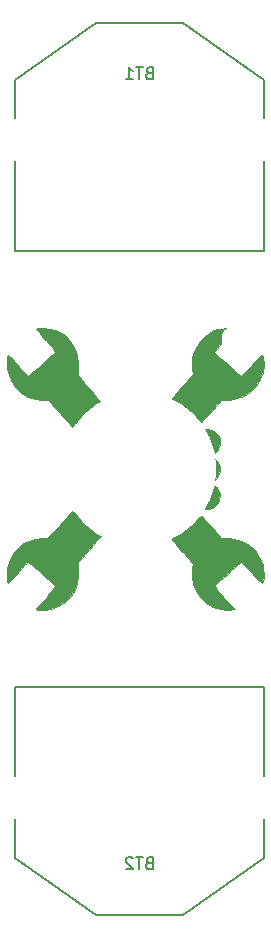
<source format=gbo>
G04 #@! TF.GenerationSoftware,KiCad,Pcbnew,(2017-01-24 revision 0b6147e)-makepkg*
G04 #@! TF.CreationDate,2017-06-09T22:20:51-07:00*
G04 #@! TF.ProjectId,POVSpinner,504F565370696E6E65722E6B69636164,rev?*
G04 #@! TF.FileFunction,Legend,Bot*
G04 #@! TF.FilePolarity,Positive*
%FSLAX46Y46*%
G04 Gerber Fmt 4.6, Leading zero omitted, Abs format (unit mm)*
G04 Created by KiCad (PCBNEW (2017-01-24 revision 0b6147e)-makepkg) date 06/09/17 22:20:51*
%MOMM*%
%LPD*%
G01*
G04 APERTURE LIST*
%ADD10C,0.100000*%
%ADD11C,0.150000*%
%ADD12C,0.010000*%
%ADD13R,4.360000X4.360000*%
%ADD14C,3.500000*%
%ADD15C,1.300000*%
%ADD16C,1.504000*%
%ADD17C,1.650006*%
%ADD18C,13.100000*%
%ADD19R,2.127200X2.127200*%
%ADD20O,2.127200X2.127200*%
G04 APERTURE END LIST*
D10*
D11*
X135141000Y-67598000D02*
X135141000Y-58200000D01*
X114059000Y-67598000D02*
X135141000Y-67598000D01*
X114059000Y-58200000D02*
X114059000Y-67598000D01*
X135141000Y-58200000D02*
X135141000Y-53120000D01*
X128283000Y-48294000D02*
X124600000Y-48294000D01*
X124600000Y-48294000D02*
X120917000Y-48294000D01*
X128283000Y-48294000D02*
X135141000Y-53120000D01*
X114059000Y-53120000D02*
X120917000Y-48294000D01*
X114059000Y-58200000D02*
X114059000Y-53120000D01*
X135141000Y-113900000D02*
X135141000Y-118980000D01*
X135141000Y-118980000D02*
X128283000Y-123806000D01*
X120917000Y-123806000D02*
X114059000Y-118980000D01*
X124600000Y-123806000D02*
X128283000Y-123806000D01*
X120917000Y-123806000D02*
X124600000Y-123806000D01*
X114059000Y-113900000D02*
X114059000Y-118980000D01*
X135141000Y-113900000D02*
X135141000Y-104502000D01*
X135141000Y-104502000D02*
X114059000Y-104502000D01*
X114059000Y-104502000D02*
X114059000Y-113900000D01*
D12*
G36*
X127789740Y-80658374D02*
X128179653Y-80877037D01*
X128617533Y-81158749D01*
X129025924Y-81452790D01*
X129137093Y-81540684D01*
X129418832Y-81767107D01*
X129649222Y-81946816D01*
X129798661Y-82057033D01*
X129838916Y-82080667D01*
X129905563Y-82020688D01*
X130062911Y-81855728D01*
X130290162Y-81608245D01*
X130566519Y-81300701D01*
X130690151Y-81161375D01*
X131502967Y-80242084D01*
X132168664Y-80196456D01*
X132848442Y-80093685D01*
X133434224Y-79875901D01*
X133969847Y-79526458D01*
X134002479Y-79500013D01*
X134457315Y-79026407D01*
X134804605Y-78456496D01*
X135029970Y-77828117D01*
X135119030Y-77179114D01*
X135080967Y-76662000D01*
X135029603Y-76475854D01*
X134982118Y-76386520D01*
X134907926Y-76423707D01*
X134744413Y-76568791D01*
X134512588Y-76801210D01*
X134233458Y-77100405D01*
X134095353Y-77254354D01*
X133799865Y-77582813D01*
X133541821Y-77860507D01*
X133342672Y-78065053D01*
X133223864Y-78174066D01*
X133202619Y-78186000D01*
X133124098Y-78132363D01*
X132945957Y-77986288D01*
X132693155Y-77770027D01*
X132390649Y-77505833D01*
X132063399Y-77215958D01*
X131736362Y-76922655D01*
X131434496Y-76648177D01*
X131182761Y-76414776D01*
X131006115Y-76244705D01*
X130929515Y-76160216D01*
X130928765Y-76158653D01*
X130974274Y-76080183D01*
X131114427Y-75899389D01*
X131330208Y-75639467D01*
X131602600Y-75323611D01*
X131754265Y-75151752D01*
X132049527Y-74816585D01*
X132300039Y-74526365D01*
X132486215Y-74304252D01*
X132588466Y-74173402D01*
X132602000Y-74149507D01*
X132524083Y-74131295D01*
X132316551Y-74125254D01*
X132018732Y-74132062D01*
X131903500Y-74137446D01*
X131504733Y-74169466D01*
X131200681Y-74229017D01*
X130916920Y-74335519D01*
X130669828Y-74459393D01*
X130076625Y-74864156D01*
X129604610Y-75371241D01*
X129264551Y-75959594D01*
X129067213Y-76608165D01*
X129023366Y-77295902D01*
X129056687Y-77613230D01*
X129125110Y-78046066D01*
X128591240Y-78645199D01*
X128279931Y-78994795D01*
X127939152Y-79377842D01*
X127633456Y-79721776D01*
X127581580Y-79780190D01*
X127105790Y-80316046D01*
X127789740Y-80658374D01*
X127789740Y-80658374D01*
G37*
X127789740Y-80658374D02*
X128179653Y-80877037D01*
X128617533Y-81158749D01*
X129025924Y-81452790D01*
X129137093Y-81540684D01*
X129418832Y-81767107D01*
X129649222Y-81946816D01*
X129798661Y-82057033D01*
X129838916Y-82080667D01*
X129905563Y-82020688D01*
X130062911Y-81855728D01*
X130290162Y-81608245D01*
X130566519Y-81300701D01*
X130690151Y-81161375D01*
X131502967Y-80242084D01*
X132168664Y-80196456D01*
X132848442Y-80093685D01*
X133434224Y-79875901D01*
X133969847Y-79526458D01*
X134002479Y-79500013D01*
X134457315Y-79026407D01*
X134804605Y-78456496D01*
X135029970Y-77828117D01*
X135119030Y-77179114D01*
X135080967Y-76662000D01*
X135029603Y-76475854D01*
X134982118Y-76386520D01*
X134907926Y-76423707D01*
X134744413Y-76568791D01*
X134512588Y-76801210D01*
X134233458Y-77100405D01*
X134095353Y-77254354D01*
X133799865Y-77582813D01*
X133541821Y-77860507D01*
X133342672Y-78065053D01*
X133223864Y-78174066D01*
X133202619Y-78186000D01*
X133124098Y-78132363D01*
X132945957Y-77986288D01*
X132693155Y-77770027D01*
X132390649Y-77505833D01*
X132063399Y-77215958D01*
X131736362Y-76922655D01*
X131434496Y-76648177D01*
X131182761Y-76414776D01*
X131006115Y-76244705D01*
X130929515Y-76160216D01*
X130928765Y-76158653D01*
X130974274Y-76080183D01*
X131114427Y-75899389D01*
X131330208Y-75639467D01*
X131602600Y-75323611D01*
X131754265Y-75151752D01*
X132049527Y-74816585D01*
X132300039Y-74526365D01*
X132486215Y-74304252D01*
X132588466Y-74173402D01*
X132602000Y-74149507D01*
X132524083Y-74131295D01*
X132316551Y-74125254D01*
X132018732Y-74132062D01*
X131903500Y-74137446D01*
X131504733Y-74169466D01*
X131200681Y-74229017D01*
X130916920Y-74335519D01*
X130669828Y-74459393D01*
X130076625Y-74864156D01*
X129604610Y-75371241D01*
X129264551Y-75959594D01*
X129067213Y-76608165D01*
X129023366Y-77295902D01*
X129056687Y-77613230D01*
X129125110Y-78046066D01*
X128591240Y-78645199D01*
X128279931Y-78994795D01*
X127939152Y-79377842D01*
X127633456Y-79721776D01*
X127581580Y-79780190D01*
X127105790Y-80316046D01*
X127789740Y-80658374D01*
G36*
X127314717Y-92003529D02*
X127417553Y-92145221D01*
X127595538Y-92359429D01*
X127861242Y-92663331D01*
X128227235Y-93074108D01*
X128259806Y-93110517D01*
X129124611Y-94077086D01*
X129056438Y-94508346D01*
X129027483Y-95187529D01*
X129147237Y-95834970D01*
X129399036Y-96431533D01*
X129766216Y-96958082D01*
X130232112Y-97395479D01*
X130780060Y-97724589D01*
X131393396Y-97926276D01*
X132055455Y-97981401D01*
X132079977Y-97980411D01*
X132633143Y-97955667D01*
X131769836Y-96985205D01*
X131473350Y-96647187D01*
X131223739Y-96353550D01*
X131039859Y-96127204D01*
X130940564Y-95991062D01*
X130928765Y-95963086D01*
X130999950Y-95883761D01*
X131172314Y-95717700D01*
X131420931Y-95487133D01*
X131720875Y-95214289D01*
X132047222Y-94921395D01*
X132375046Y-94630681D01*
X132679422Y-94364376D01*
X132935424Y-94144708D01*
X133118128Y-93993907D01*
X133202607Y-93934200D01*
X133203993Y-93934000D01*
X133280368Y-93994119D01*
X133446541Y-94159558D01*
X133681100Y-94407938D01*
X133962635Y-94716881D01*
X134095353Y-94865646D01*
X134389614Y-95188397D01*
X134646941Y-95453369D01*
X134846159Y-95640082D01*
X134966092Y-95728054D01*
X134988760Y-95729773D01*
X135053483Y-95576441D01*
X135091184Y-95305615D01*
X135101126Y-94967083D01*
X135082575Y-94610631D01*
X135034796Y-94286046D01*
X135011482Y-94190786D01*
X134740178Y-93510886D01*
X134342788Y-92938516D01*
X133831400Y-92483325D01*
X133218104Y-92154959D01*
X132514988Y-91963065D01*
X132170481Y-91923668D01*
X131494207Y-91877315D01*
X130686147Y-90958324D01*
X130396211Y-90632060D01*
X130145770Y-90356793D01*
X129955825Y-90155102D01*
X129847375Y-90049567D01*
X129831431Y-90039333D01*
X129750428Y-90090781D01*
X129573973Y-90228195D01*
X129334177Y-90426177D01*
X129224887Y-90519063D01*
X128939005Y-90751532D01*
X128596844Y-91011005D01*
X128233919Y-91272671D01*
X127885749Y-91511720D01*
X127587850Y-91703341D01*
X127375739Y-91822725D01*
X127331387Y-91841763D01*
X127284204Y-91868979D01*
X127274457Y-91917175D01*
X127314717Y-92003529D01*
X127314717Y-92003529D01*
G37*
X127314717Y-92003529D02*
X127417553Y-92145221D01*
X127595538Y-92359429D01*
X127861242Y-92663331D01*
X128227235Y-93074108D01*
X128259806Y-93110517D01*
X129124611Y-94077086D01*
X129056438Y-94508346D01*
X129027483Y-95187529D01*
X129147237Y-95834970D01*
X129399036Y-96431533D01*
X129766216Y-96958082D01*
X130232112Y-97395479D01*
X130780060Y-97724589D01*
X131393396Y-97926276D01*
X132055455Y-97981401D01*
X132079977Y-97980411D01*
X132633143Y-97955667D01*
X131769836Y-96985205D01*
X131473350Y-96647187D01*
X131223739Y-96353550D01*
X131039859Y-96127204D01*
X130940564Y-95991062D01*
X130928765Y-95963086D01*
X130999950Y-95883761D01*
X131172314Y-95717700D01*
X131420931Y-95487133D01*
X131720875Y-95214289D01*
X132047222Y-94921395D01*
X132375046Y-94630681D01*
X132679422Y-94364376D01*
X132935424Y-94144708D01*
X133118128Y-93993907D01*
X133202607Y-93934200D01*
X133203993Y-93934000D01*
X133280368Y-93994119D01*
X133446541Y-94159558D01*
X133681100Y-94407938D01*
X133962635Y-94716881D01*
X134095353Y-94865646D01*
X134389614Y-95188397D01*
X134646941Y-95453369D01*
X134846159Y-95640082D01*
X134966092Y-95728054D01*
X134988760Y-95729773D01*
X135053483Y-95576441D01*
X135091184Y-95305615D01*
X135101126Y-94967083D01*
X135082575Y-94610631D01*
X135034796Y-94286046D01*
X135011482Y-94190786D01*
X134740178Y-93510886D01*
X134342788Y-92938516D01*
X133831400Y-92483325D01*
X133218104Y-92154959D01*
X132514988Y-91963065D01*
X132170481Y-91923668D01*
X131494207Y-91877315D01*
X130686147Y-90958324D01*
X130396211Y-90632060D01*
X130145770Y-90356793D01*
X129955825Y-90155102D01*
X129847375Y-90049567D01*
X129831431Y-90039333D01*
X129750428Y-90090781D01*
X129573973Y-90228195D01*
X129334177Y-90426177D01*
X129224887Y-90519063D01*
X128939005Y-90751532D01*
X128596844Y-91011005D01*
X128233919Y-91272671D01*
X127885749Y-91511720D01*
X127587850Y-91703341D01*
X127375739Y-91822725D01*
X127331387Y-91841763D01*
X127284204Y-91868979D01*
X127274457Y-91917175D01*
X127314717Y-92003529D01*
G36*
X130023061Y-83119861D02*
X130070659Y-83207641D01*
X130232470Y-83536884D01*
X130397150Y-83927906D01*
X130495270Y-84197333D01*
X130589769Y-84476662D01*
X130663563Y-84684023D01*
X130700958Y-84775344D01*
X130701235Y-84775693D01*
X130794322Y-84772260D01*
X130948194Y-84673291D01*
X131117183Y-84514937D01*
X131251547Y-84340096D01*
X131394483Y-83952335D01*
X131384307Y-83542459D01*
X131250761Y-83206610D01*
X130980683Y-82908825D01*
X130625462Y-82721595D01*
X130327129Y-82673333D01*
X130054320Y-82686955D01*
X129921849Y-82746868D01*
X129916001Y-82881645D01*
X130023061Y-83119861D01*
X130023061Y-83119861D01*
G37*
X130023061Y-83119861D02*
X130070659Y-83207641D01*
X130232470Y-83536884D01*
X130397150Y-83927906D01*
X130495270Y-84197333D01*
X130589769Y-84476662D01*
X130663563Y-84684023D01*
X130700958Y-84775344D01*
X130701235Y-84775693D01*
X130794322Y-84772260D01*
X130948194Y-84673291D01*
X131117183Y-84514937D01*
X131251547Y-84340096D01*
X131394483Y-83952335D01*
X131384307Y-83542459D01*
X131250761Y-83206610D01*
X130980683Y-82908825D01*
X130625462Y-82721595D01*
X130327129Y-82673333D01*
X130054320Y-82686955D01*
X129921849Y-82746868D01*
X129916001Y-82881645D01*
X130023061Y-83119861D01*
G36*
X130767166Y-85288977D02*
X130769147Y-85298904D01*
X130795003Y-85513290D01*
X130814299Y-85835400D01*
X130823624Y-86203656D01*
X130824000Y-86289305D01*
X130833464Y-86673251D01*
X130867712Y-86896603D01*
X130935526Y-86967342D01*
X131045688Y-86893450D01*
X131206982Y-86682908D01*
X131226167Y-86654785D01*
X131387181Y-86275403D01*
X131393656Y-85869685D01*
X131251547Y-85493903D01*
X131089675Y-85283698D01*
X130915640Y-85132945D01*
X130900678Y-85124391D01*
X130776816Y-85069237D01*
X130740417Y-85113345D01*
X130767166Y-85288977D01*
X130767166Y-85288977D01*
G37*
X130767166Y-85288977D02*
X130769147Y-85298904D01*
X130795003Y-85513290D01*
X130814299Y-85835400D01*
X130823624Y-86203656D01*
X130824000Y-86289305D01*
X130833464Y-86673251D01*
X130867712Y-86896603D01*
X130935526Y-86967342D01*
X131045688Y-86893450D01*
X131206982Y-86682908D01*
X131226167Y-86654785D01*
X131387181Y-86275403D01*
X131393656Y-85869685D01*
X131251547Y-85493903D01*
X131089675Y-85283698D01*
X130915640Y-85132945D01*
X130900678Y-85124391D01*
X130776816Y-85069237D01*
X130740417Y-85113345D01*
X130767166Y-85288977D01*
G36*
X130042005Y-89398450D02*
X130190989Y-89447310D01*
X130429449Y-89434260D01*
X130693088Y-89368293D01*
X130883389Y-89280761D01*
X131177581Y-89015025D01*
X131358004Y-88671063D01*
X131412456Y-88293991D01*
X131328738Y-87928924D01*
X131275736Y-87829907D01*
X131109537Y-87622602D01*
X130927319Y-87482176D01*
X130775978Y-87441946D01*
X130745487Y-87453196D01*
X130684783Y-87558338D01*
X130625268Y-87762393D01*
X130614396Y-87815898D01*
X130548972Y-88050605D01*
X130432228Y-88371171D01*
X130288294Y-88711859D01*
X130274359Y-88742283D01*
X130148581Y-89032730D01*
X130065127Y-89261080D01*
X130038147Y-89387378D01*
X130042005Y-89398450D01*
X130042005Y-89398450D01*
G37*
X130042005Y-89398450D02*
X130190989Y-89447310D01*
X130429449Y-89434260D01*
X130693088Y-89368293D01*
X130883389Y-89280761D01*
X131177581Y-89015025D01*
X131358004Y-88671063D01*
X131412456Y-88293991D01*
X131328738Y-87928924D01*
X131275736Y-87829907D01*
X131109537Y-87622602D01*
X130927319Y-87482176D01*
X130775978Y-87441946D01*
X130745487Y-87453196D01*
X130684783Y-87558338D01*
X130625268Y-87762393D01*
X130614396Y-87815898D01*
X130548972Y-88050605D01*
X130432228Y-88371171D01*
X130288294Y-88711859D01*
X130274359Y-88742283D01*
X130148581Y-89032730D01*
X130065127Y-89261080D01*
X130038147Y-89387378D01*
X130042005Y-89398450D01*
G36*
X113339953Y-77305402D02*
X113376003Y-77636443D01*
X113419787Y-77852932D01*
X113677456Y-78544332D01*
X114062516Y-79129945D01*
X114562398Y-79599304D01*
X115164536Y-79941942D01*
X115856363Y-80147391D01*
X116232143Y-80195410D01*
X116866286Y-80243370D01*
X117849849Y-81352518D01*
X118170465Y-81714388D01*
X118450209Y-82030728D01*
X118670480Y-82280455D01*
X118812676Y-82442485D01*
X118858235Y-82495473D01*
X118925257Y-82454661D01*
X119087812Y-82318087D01*
X119320176Y-82108187D01*
X119548943Y-81893095D01*
X119902677Y-81577440D01*
X120294987Y-81262399D01*
X120663711Y-80996665D01*
X120820415Y-80897140D01*
X121097208Y-80730218D01*
X121307567Y-80598634D01*
X121417521Y-80523821D01*
X121426000Y-80515065D01*
X121372731Y-80447738D01*
X121224442Y-80273612D01*
X120998408Y-80012627D01*
X120711906Y-79684724D01*
X120382212Y-79309844D01*
X120362929Y-79287987D01*
X119992123Y-78865730D01*
X119720508Y-78548732D01*
X119534007Y-78316378D01*
X119418541Y-78148055D01*
X119360035Y-78023147D01*
X119344410Y-77921040D01*
X119357588Y-77821121D01*
X119358465Y-77817107D01*
X119390339Y-77580288D01*
X119408511Y-77261751D01*
X119410231Y-77057816D01*
X119321038Y-76383190D01*
X119085233Y-75763393D01*
X118721519Y-75216575D01*
X118248597Y-74760886D01*
X117685169Y-74414475D01*
X117049937Y-74195493D01*
X116385157Y-74122000D01*
X116105845Y-74130959D01*
X115908770Y-74154391D01*
X115838284Y-74185500D01*
X115891803Y-74268150D01*
X116038734Y-74452257D01*
X116258958Y-74713641D01*
X116532355Y-75028122D01*
X116649315Y-75160239D01*
X116935832Y-75488934D01*
X117173944Y-75774884D01*
X117344307Y-75993841D01*
X117427574Y-76121554D01*
X117432198Y-76141569D01*
X117361627Y-76221695D01*
X117189735Y-76388759D01*
X116941379Y-76620516D01*
X116641414Y-76894721D01*
X116314697Y-77189129D01*
X115986083Y-77481496D01*
X115680428Y-77749578D01*
X115422589Y-77971128D01*
X115237420Y-78123903D01*
X115149779Y-78185657D01*
X115147780Y-78186000D01*
X115073902Y-78125868D01*
X114910821Y-77960784D01*
X114680284Y-77713716D01*
X114404039Y-77407633D01*
X114306034Y-77297000D01*
X114018939Y-76976306D01*
X113769688Y-76707053D01*
X113580201Y-76512233D01*
X113472400Y-76414840D01*
X113458483Y-76408000D01*
X113391675Y-76484937D01*
X113348906Y-76687950D01*
X113331293Y-76975338D01*
X113339953Y-77305402D01*
X113339953Y-77305402D01*
G37*
X113339953Y-77305402D02*
X113376003Y-77636443D01*
X113419787Y-77852932D01*
X113677456Y-78544332D01*
X114062516Y-79129945D01*
X114562398Y-79599304D01*
X115164536Y-79941942D01*
X115856363Y-80147391D01*
X116232143Y-80195410D01*
X116866286Y-80243370D01*
X117849849Y-81352518D01*
X118170465Y-81714388D01*
X118450209Y-82030728D01*
X118670480Y-82280455D01*
X118812676Y-82442485D01*
X118858235Y-82495473D01*
X118925257Y-82454661D01*
X119087812Y-82318087D01*
X119320176Y-82108187D01*
X119548943Y-81893095D01*
X119902677Y-81577440D01*
X120294987Y-81262399D01*
X120663711Y-80996665D01*
X120820415Y-80897140D01*
X121097208Y-80730218D01*
X121307567Y-80598634D01*
X121417521Y-80523821D01*
X121426000Y-80515065D01*
X121372731Y-80447738D01*
X121224442Y-80273612D01*
X120998408Y-80012627D01*
X120711906Y-79684724D01*
X120382212Y-79309844D01*
X120362929Y-79287987D01*
X119992123Y-78865730D01*
X119720508Y-78548732D01*
X119534007Y-78316378D01*
X119418541Y-78148055D01*
X119360035Y-78023147D01*
X119344410Y-77921040D01*
X119357588Y-77821121D01*
X119358465Y-77817107D01*
X119390339Y-77580288D01*
X119408511Y-77261751D01*
X119410231Y-77057816D01*
X119321038Y-76383190D01*
X119085233Y-75763393D01*
X118721519Y-75216575D01*
X118248597Y-74760886D01*
X117685169Y-74414475D01*
X117049937Y-74195493D01*
X116385157Y-74122000D01*
X116105845Y-74130959D01*
X115908770Y-74154391D01*
X115838284Y-74185500D01*
X115891803Y-74268150D01*
X116038734Y-74452257D01*
X116258958Y-74713641D01*
X116532355Y-75028122D01*
X116649315Y-75160239D01*
X116935832Y-75488934D01*
X117173944Y-75774884D01*
X117344307Y-75993841D01*
X117427574Y-76121554D01*
X117432198Y-76141569D01*
X117361627Y-76221695D01*
X117189735Y-76388759D01*
X116941379Y-76620516D01*
X116641414Y-76894721D01*
X116314697Y-77189129D01*
X115986083Y-77481496D01*
X115680428Y-77749578D01*
X115422589Y-77971128D01*
X115237420Y-78123903D01*
X115149779Y-78185657D01*
X115147780Y-78186000D01*
X115073902Y-78125868D01*
X114910821Y-77960784D01*
X114680284Y-77713716D01*
X114404039Y-77407633D01*
X114306034Y-77297000D01*
X114018939Y-76976306D01*
X113769688Y-76707053D01*
X113580201Y-76512233D01*
X113472400Y-76414840D01*
X113458483Y-76408000D01*
X113391675Y-76484937D01*
X113348906Y-76687950D01*
X113331293Y-76975338D01*
X113339953Y-77305402D01*
G36*
X113358266Y-95498418D02*
X113407796Y-95670731D01*
X113458483Y-95712000D01*
X113534498Y-95651826D01*
X113699438Y-95486633D01*
X113931380Y-95239414D01*
X114208403Y-94933162D01*
X114306034Y-94823000D01*
X114592638Y-94502413D01*
X114840749Y-94233222D01*
X115028619Y-94038394D01*
X115134500Y-93940899D01*
X115147780Y-93934000D01*
X115226840Y-93987785D01*
X115405350Y-94134312D01*
X115658455Y-94351335D01*
X115961297Y-94616611D01*
X116289022Y-94907893D01*
X116616773Y-95202937D01*
X116919695Y-95479499D01*
X117172931Y-95715334D01*
X117351626Y-95888197D01*
X117430923Y-95975843D01*
X117432198Y-95978431D01*
X117388823Y-96063248D01*
X117250683Y-96248925D01*
X117037121Y-96511211D01*
X116767484Y-96825857D01*
X116649315Y-96959760D01*
X116360602Y-97288423D01*
X116117199Y-97573439D01*
X115939225Y-97790630D01*
X115846798Y-97915816D01*
X115838284Y-97934500D01*
X115915341Y-97966920D01*
X116117139Y-97989803D01*
X116385157Y-97998000D01*
X117072026Y-97919462D01*
X117705170Y-97695950D01*
X118265888Y-97345612D01*
X118735477Y-96886600D01*
X119095237Y-96337062D01*
X119326465Y-95715149D01*
X119410231Y-95062184D01*
X119403653Y-94736231D01*
X119379377Y-94435920D01*
X119357729Y-94299541D01*
X119342852Y-94196618D01*
X119356410Y-94094111D01*
X119412863Y-93970762D01*
X119526672Y-93805314D01*
X119712299Y-93576510D01*
X119984206Y-93263092D01*
X120319860Y-92885254D01*
X120645982Y-92515962D01*
X120928586Y-92188710D01*
X121149831Y-91924756D01*
X121291876Y-91745355D01*
X121337265Y-91673046D01*
X121268784Y-91596883D01*
X121093642Y-91463342D01*
X120862162Y-91309333D01*
X120606224Y-91128146D01*
X120276053Y-90865788D01*
X119917844Y-90560131D01*
X119635393Y-90303559D01*
X119344876Y-90034825D01*
X119102501Y-89818172D01*
X118932505Y-89674725D01*
X118859127Y-89625608D01*
X118858251Y-89626226D01*
X118797777Y-89696902D01*
X118643278Y-89873075D01*
X118413287Y-90133734D01*
X118126339Y-90457866D01*
X117851592Y-90767479D01*
X116866341Y-91876625D01*
X116226014Y-91925053D01*
X115491893Y-92057640D01*
X114843893Y-92332087D01*
X114293390Y-92738901D01*
X113851761Y-93268587D01*
X113530382Y-93911649D01*
X113419787Y-94267068D01*
X113363227Y-94572821D01*
X113334865Y-94907764D01*
X113333584Y-95230196D01*
X113358266Y-95498418D01*
X113358266Y-95498418D01*
G37*
X113358266Y-95498418D02*
X113407796Y-95670731D01*
X113458483Y-95712000D01*
X113534498Y-95651826D01*
X113699438Y-95486633D01*
X113931380Y-95239414D01*
X114208403Y-94933162D01*
X114306034Y-94823000D01*
X114592638Y-94502413D01*
X114840749Y-94233222D01*
X115028619Y-94038394D01*
X115134500Y-93940899D01*
X115147780Y-93934000D01*
X115226840Y-93987785D01*
X115405350Y-94134312D01*
X115658455Y-94351335D01*
X115961297Y-94616611D01*
X116289022Y-94907893D01*
X116616773Y-95202937D01*
X116919695Y-95479499D01*
X117172931Y-95715334D01*
X117351626Y-95888197D01*
X117430923Y-95975843D01*
X117432198Y-95978431D01*
X117388823Y-96063248D01*
X117250683Y-96248925D01*
X117037121Y-96511211D01*
X116767484Y-96825857D01*
X116649315Y-96959760D01*
X116360602Y-97288423D01*
X116117199Y-97573439D01*
X115939225Y-97790630D01*
X115846798Y-97915816D01*
X115838284Y-97934500D01*
X115915341Y-97966920D01*
X116117139Y-97989803D01*
X116385157Y-97998000D01*
X117072026Y-97919462D01*
X117705170Y-97695950D01*
X118265888Y-97345612D01*
X118735477Y-96886600D01*
X119095237Y-96337062D01*
X119326465Y-95715149D01*
X119410231Y-95062184D01*
X119403653Y-94736231D01*
X119379377Y-94435920D01*
X119357729Y-94299541D01*
X119342852Y-94196618D01*
X119356410Y-94094111D01*
X119412863Y-93970762D01*
X119526672Y-93805314D01*
X119712299Y-93576510D01*
X119984206Y-93263092D01*
X120319860Y-92885254D01*
X120645982Y-92515962D01*
X120928586Y-92188710D01*
X121149831Y-91924756D01*
X121291876Y-91745355D01*
X121337265Y-91673046D01*
X121268784Y-91596883D01*
X121093642Y-91463342D01*
X120862162Y-91309333D01*
X120606224Y-91128146D01*
X120276053Y-90865788D01*
X119917844Y-90560131D01*
X119635393Y-90303559D01*
X119344876Y-90034825D01*
X119102501Y-89818172D01*
X118932505Y-89674725D01*
X118859127Y-89625608D01*
X118858251Y-89626226D01*
X118797777Y-89696902D01*
X118643278Y-89873075D01*
X118413287Y-90133734D01*
X118126339Y-90457866D01*
X117851592Y-90767479D01*
X116866341Y-91876625D01*
X116226014Y-91925053D01*
X115491893Y-92057640D01*
X114843893Y-92332087D01*
X114293390Y-92738901D01*
X113851761Y-93268587D01*
X113530382Y-93911649D01*
X113419787Y-94267068D01*
X113363227Y-94572821D01*
X113334865Y-94907764D01*
X113333584Y-95230196D01*
X113358266Y-95498418D01*
D11*
X130956895Y-86080000D02*
G75*
G03X130956895Y-86080000I-6406895J0D01*
G01*
X125385714Y-52540571D02*
X125242857Y-52588190D01*
X125195238Y-52635809D01*
X125147619Y-52731047D01*
X125147619Y-52873904D01*
X125195238Y-52969142D01*
X125242857Y-53016761D01*
X125338095Y-53064380D01*
X125719047Y-53064380D01*
X125719047Y-52064380D01*
X125385714Y-52064380D01*
X125290476Y-52112000D01*
X125242857Y-52159619D01*
X125195238Y-52254857D01*
X125195238Y-52350095D01*
X125242857Y-52445333D01*
X125290476Y-52492952D01*
X125385714Y-52540571D01*
X125719047Y-52540571D01*
X124861904Y-52064380D02*
X124290476Y-52064380D01*
X124576190Y-53064380D02*
X124576190Y-52064380D01*
X123433333Y-53064380D02*
X124004761Y-53064380D01*
X123719047Y-53064380D02*
X123719047Y-52064380D01*
X123814285Y-52207238D01*
X123909523Y-52302476D01*
X124004761Y-52350095D01*
X125385714Y-119416571D02*
X125242857Y-119464190D01*
X125195238Y-119511809D01*
X125147619Y-119607047D01*
X125147619Y-119749904D01*
X125195238Y-119845142D01*
X125242857Y-119892761D01*
X125338095Y-119940380D01*
X125719047Y-119940380D01*
X125719047Y-118940380D01*
X125385714Y-118940380D01*
X125290476Y-118988000D01*
X125242857Y-119035619D01*
X125195238Y-119130857D01*
X125195238Y-119226095D01*
X125242857Y-119321333D01*
X125290476Y-119368952D01*
X125385714Y-119416571D01*
X125719047Y-119416571D01*
X124861904Y-118940380D02*
X124290476Y-118940380D01*
X124576190Y-119940380D02*
X124576190Y-118940380D01*
X124004761Y-119035619D02*
X123957142Y-118988000D01*
X123861904Y-118940380D01*
X123623809Y-118940380D01*
X123528571Y-118988000D01*
X123480952Y-119035619D01*
X123433333Y-119130857D01*
X123433333Y-119226095D01*
X123480952Y-119368952D01*
X124052380Y-119940380D01*
X123433333Y-119940380D01*
%LPC*%
D13*
X124600000Y-58200000D03*
D14*
X135155000Y-58200000D03*
X114045000Y-58200000D03*
X135155000Y-113900000D03*
X114045000Y-113900000D03*
D13*
X124600000Y-113900000D03*
D15*
X116242740Y-96593020D03*
X116242740Y-103393020D03*
D16*
X127002060Y-53070000D03*
X122002060Y-53070000D03*
D17*
X121070000Y-50400000D03*
X127930000Y-50400000D03*
D18*
X124550000Y-86080000D03*
D19*
X135090000Y-75050000D03*
D20*
X132550000Y-75050000D03*
X135090000Y-72510000D03*
X132550000Y-72510000D03*
X135090000Y-69970000D03*
X132550000Y-69970000D03*
M02*

</source>
